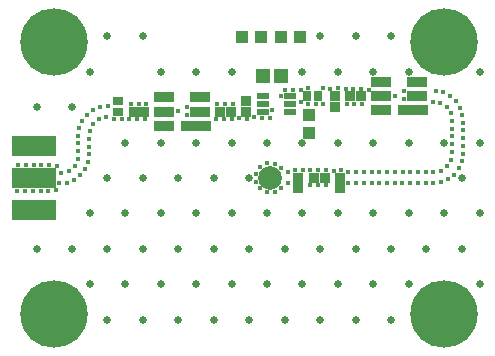
<source format=gbr>
G04*
G04 #@! TF.GenerationSoftware,Altium Limited,Altium Designer,24.9.1 (31)*
G04*
G04 Layer_Color=8388736*
%FSLAX25Y25*%
%MOIN*%
G70*
G04*
G04 #@! TF.SameCoordinates,21B9ACB0-0D47-4127-AC64-11D31CE697AE*
G04*
G04*
G04 #@! TF.FilePolarity,Negative*
G04*
G01*
G75*
%ADD27R,0.04147X0.02375*%
%ADD28R,0.04737X0.04540*%
%ADD29R,0.02808X0.03674*%
%ADD30R,0.03241X0.03398*%
%ADD31R,0.03950X0.03950*%
%ADD32R,0.03398X0.03241*%
%ADD33R,0.03674X0.02808*%
%ADD34R,0.04343X0.04147*%
%ADD35R,0.14580X0.06706*%
%ADD36R,0.07099X0.03359*%
%ADD37R,0.10052X0.03359*%
%ADD38R,0.04147X0.04343*%
%ADD39C,0.07887*%
%ADD40C,0.22453*%
%ADD41C,0.01575*%
%ADD42C,0.02572*%
D27*
X122726Y86327D02*
D03*
Y83768D02*
D03*
Y81209D02*
D03*
X131584Y86327D02*
D03*
Y83768D02*
D03*
Y81209D02*
D03*
D28*
X128543Y92913D02*
D03*
X122638D02*
D03*
D29*
X137428Y86327D02*
D03*
X141050D02*
D03*
D30*
X116902Y84673D02*
D03*
Y81209D02*
D03*
X146653Y82862D02*
D03*
Y86327D02*
D03*
X148442Y59161D02*
D03*
Y55697D02*
D03*
X134449Y59161D02*
D03*
Y55697D02*
D03*
D31*
X128855Y106102D02*
D03*
X135154D02*
D03*
D32*
X79665Y81209D02*
D03*
X83130D02*
D03*
X151828Y86327D02*
D03*
X155292D02*
D03*
X139803Y59161D02*
D03*
X143268D02*
D03*
X108504Y81209D02*
D03*
X111969D02*
D03*
D33*
X74213Y84831D02*
D03*
Y81209D02*
D03*
D34*
X138195Y73948D02*
D03*
Y80050D02*
D03*
D35*
X46260Y59055D02*
D03*
Y69685D02*
D03*
Y48425D02*
D03*
D36*
X101795Y81209D02*
D03*
Y85933D02*
D03*
X89787D02*
D03*
Y81209D02*
D03*
Y76484D02*
D03*
X174131Y86327D02*
D03*
Y91051D02*
D03*
X162123D02*
D03*
Y86327D02*
D03*
Y81602D02*
D03*
D37*
X100318Y76484D02*
D03*
X172654Y81602D02*
D03*
D38*
X121949Y106102D02*
D03*
X115847D02*
D03*
D39*
X125197Y59161D02*
D03*
D40*
X183071Y104331D02*
D03*
X53150Y13780D02*
D03*
X183071D02*
D03*
X53150Y104331D02*
D03*
D41*
X169747Y88000D02*
D03*
X169669Y85426D02*
D03*
X179209Y84528D02*
D03*
X181755Y84144D02*
D03*
X183931Y82768D02*
D03*
X185318Y80599D02*
D03*
X185709Y78054D02*
D03*
Y75479D02*
D03*
Y72904D02*
D03*
Y70329D02*
D03*
Y67755D02*
D03*
X185411Y65197D02*
D03*
X184133Y62962D02*
D03*
X182048Y61452D02*
D03*
X179520Y60960D02*
D03*
X176945D02*
D03*
X174371D02*
D03*
X171796D02*
D03*
X169221D02*
D03*
X166646D02*
D03*
X164072D02*
D03*
X161497D02*
D03*
X158922D02*
D03*
X156347D02*
D03*
X153772D02*
D03*
X151198D02*
D03*
X148755Y61773D02*
D03*
X146226Y61288D02*
D03*
X143683Y61695D02*
D03*
X141109Y61693D02*
D03*
X138534Y61695D02*
D03*
X135959Y61716D02*
D03*
X133385Y61773D02*
D03*
X130942Y60960D02*
D03*
X128819Y62417D02*
D03*
X126655Y63813D02*
D03*
X124083Y63909D02*
D03*
X121823Y62675D02*
D03*
X120507Y60462D02*
D03*
X120502Y57887D02*
D03*
X121806Y55667D02*
D03*
X124060Y54422D02*
D03*
X126633Y54500D02*
D03*
X128804Y55885D02*
D03*
X130913Y57363D02*
D03*
X138505Y56628D02*
D03*
X141079D02*
D03*
X143654D02*
D03*
X151146Y57363D02*
D03*
X153721D02*
D03*
X156296D02*
D03*
X158871D02*
D03*
X161445D02*
D03*
X164020D02*
D03*
X166595D02*
D03*
X169170D02*
D03*
X171745D02*
D03*
X174319D02*
D03*
X176894D02*
D03*
X179469D02*
D03*
X182023Y57691D02*
D03*
X184408Y58661D02*
D03*
X186465Y60209D02*
D03*
X188012Y62268D02*
D03*
X188981Y64653D02*
D03*
X189307Y67207D02*
D03*
Y69782D02*
D03*
Y72357D02*
D03*
Y74932D02*
D03*
Y77507D02*
D03*
X189156Y80077D02*
D03*
X188379Y82532D02*
D03*
X186978Y84692D02*
D03*
X185084Y86437D02*
D03*
X182773Y87570D02*
D03*
X180248Y88075D02*
D03*
X112636Y83742D02*
D03*
X110061Y83690D02*
D03*
X107487Y83742D02*
D03*
X97393Y82794D02*
D03*
X97333Y80220D02*
D03*
X107070Y78702D02*
D03*
X109644Y78676D02*
D03*
X112219D02*
D03*
X114778Y78965D02*
D03*
X117326Y78597D02*
D03*
X119769Y79410D02*
D03*
X122326Y79109D02*
D03*
X124899Y79208D02*
D03*
X125712Y81651D02*
D03*
X83866Y83742D02*
D03*
X81292Y83677D02*
D03*
X78718Y83742D02*
D03*
X71069Y83007D02*
D03*
X68513Y82690D02*
D03*
X66126Y81727D02*
D03*
X64060Y80190D02*
D03*
X62507Y78136D02*
D03*
X61531Y75754D02*
D03*
X61193Y73201D02*
D03*
Y70626D02*
D03*
Y68051D02*
D03*
X61014Y65483D02*
D03*
X59878Y63173D02*
D03*
X57889Y61537D02*
D03*
X55404Y60866D02*
D03*
X53973Y63006D02*
D03*
X51417Y63320D02*
D03*
X48842D02*
D03*
X46268D02*
D03*
X43693D02*
D03*
X41118D02*
D03*
X40833Y54790D02*
D03*
X43408D02*
D03*
X45983D02*
D03*
X48558D02*
D03*
X51133D02*
D03*
X53704Y54924D02*
D03*
X54795Y57256D02*
D03*
X57355Y57538D02*
D03*
X59751Y58480D02*
D03*
X61842Y59982D02*
D03*
X63419Y62018D02*
D03*
X64417Y64391D02*
D03*
X64792Y66938D02*
D03*
X64791Y69513D02*
D03*
Y72088D02*
D03*
X64933Y74659D02*
D03*
X66024Y76991D02*
D03*
X67980Y78666D02*
D03*
X70452Y79386D02*
D03*
X72979Y78892D02*
D03*
X75554D02*
D03*
X78123Y78724D02*
D03*
X80698Y78676D02*
D03*
X83272D02*
D03*
X94249Y81257D02*
D03*
X137695Y89076D02*
D03*
X135238Y88306D02*
D03*
X132666Y88427D02*
D03*
X130091D02*
D03*
X128598Y86329D02*
D03*
X135232Y84357D02*
D03*
X137686Y83577D02*
D03*
X140260D02*
D03*
X142820Y83854D02*
D03*
X150541Y83794D02*
D03*
X153115D02*
D03*
X155690D02*
D03*
X166585Y86457D02*
D03*
X157958Y88403D02*
D03*
X155424Y88860D02*
D03*
X152849D02*
D03*
X150275Y88809D02*
D03*
X147703Y88939D02*
D03*
X145129Y88878D02*
D03*
X142556Y88977D02*
D03*
D42*
X194882Y94488D02*
D03*
Y70866D02*
D03*
X188976Y59055D02*
D03*
X194882Y47244D02*
D03*
X188976Y35433D02*
D03*
X194882Y23622D02*
D03*
X183071Y70866D02*
D03*
Y47244D02*
D03*
X177165Y35433D02*
D03*
X165354Y106299D02*
D03*
X171260Y94488D02*
D03*
Y70866D02*
D03*
Y47244D02*
D03*
X165354Y35433D02*
D03*
X171260Y23622D02*
D03*
X165354Y11811D02*
D03*
X153543Y106299D02*
D03*
X159449Y94488D02*
D03*
Y70866D02*
D03*
Y47244D02*
D03*
X153543Y35433D02*
D03*
X159449Y23622D02*
D03*
X153543Y11811D02*
D03*
X141732Y106299D02*
D03*
X147638Y94488D02*
D03*
Y70866D02*
D03*
Y47244D02*
D03*
X141732Y35433D02*
D03*
X147638Y23622D02*
D03*
X141732Y11811D02*
D03*
X135827Y94488D02*
D03*
Y70866D02*
D03*
Y47244D02*
D03*
X129921Y35433D02*
D03*
X135827Y23622D02*
D03*
X129921Y11811D02*
D03*
X124016Y70866D02*
D03*
X118110Y59055D02*
D03*
X124016Y47244D02*
D03*
X118110Y35433D02*
D03*
X124016Y23622D02*
D03*
X118110Y11811D02*
D03*
X112205Y94488D02*
D03*
Y70866D02*
D03*
X106299Y59055D02*
D03*
X112205Y47244D02*
D03*
X106299Y35433D02*
D03*
X112205Y23622D02*
D03*
X106299Y11811D02*
D03*
X100394Y94488D02*
D03*
Y70866D02*
D03*
X94488Y59055D02*
D03*
X100394Y47244D02*
D03*
X94488Y35433D02*
D03*
X100394Y23622D02*
D03*
X94488Y11811D02*
D03*
X82677Y106299D02*
D03*
X88583Y94488D02*
D03*
Y70866D02*
D03*
X82677Y59055D02*
D03*
X88583Y47244D02*
D03*
X82677Y35433D02*
D03*
X88583Y23622D02*
D03*
X82677Y11811D02*
D03*
X70866Y106299D02*
D03*
X76772Y70866D02*
D03*
X70866Y59055D02*
D03*
X76772Y47244D02*
D03*
X70866Y35433D02*
D03*
X76772Y23622D02*
D03*
X70866Y11811D02*
D03*
X64961Y94488D02*
D03*
X59055Y82677D02*
D03*
X64961Y47244D02*
D03*
X59055Y35433D02*
D03*
X64961Y23622D02*
D03*
X47244Y82677D02*
D03*
Y35433D02*
D03*
M02*

</source>
